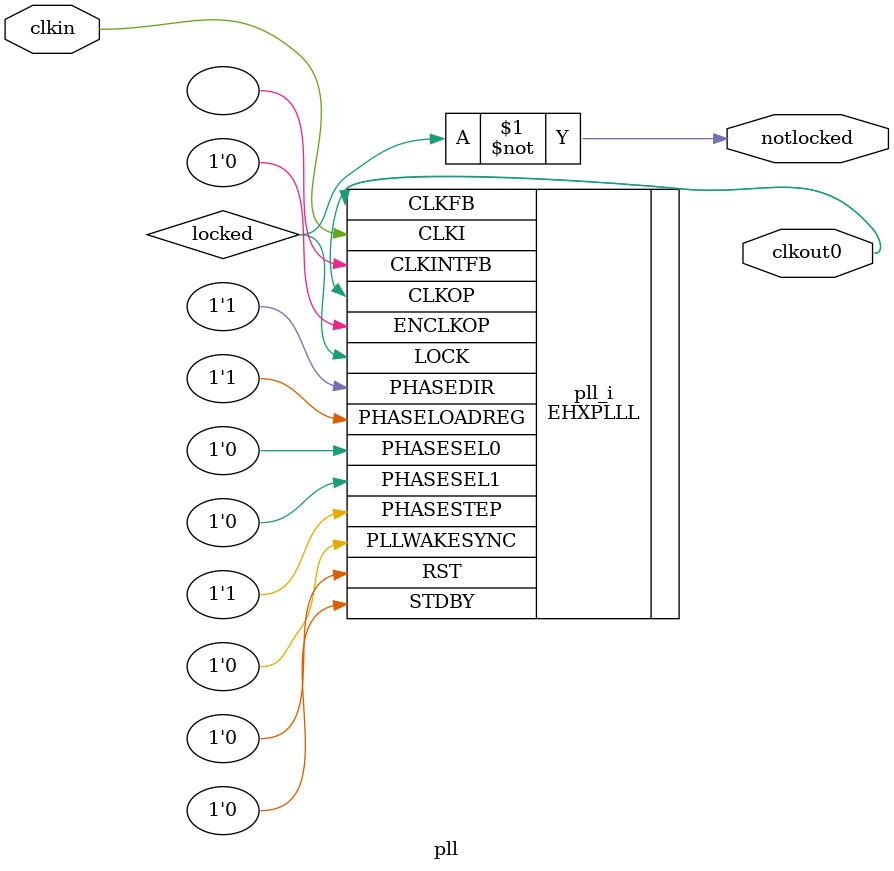
<source format=v>
module pll
(
    input clkin, // 100 MHz, 0 deg
    output clkout0, // 50 MHz, 0 deg
    output notlocked
);
(* FREQUENCY_PIN_CLKI="100" *)
(* FREQUENCY_PIN_CLKOP="50" *)
(* ICP_CURRENT="12" *) (* LPF_RESISTOR="8" *) (* MFG_ENABLE_FILTEROPAMP="1" *) (* MFG_GMCREF_SEL="2" *)
wire locked;
EHXPLLL #(
        .PLLRST_ENA("DISABLED"),
        .INTFB_WAKE("DISABLED"),
        .STDBY_ENABLE("DISABLED"),
        .DPHASE_SOURCE("DISABLED"),
        .OUTDIVIDER_MUXA("DIVA"),
        .OUTDIVIDER_MUXB("DIVB"),
        .OUTDIVIDER_MUXC("DIVC"),
        .OUTDIVIDER_MUXD("DIVD"),
        .CLKI_DIV(2),
        .CLKOP_ENABLE("ENABLED"),
        .CLKOP_DIV(12),
        .CLKOP_CPHASE(5),
        .CLKOP_FPHASE(0),
        .FEEDBK_PATH("CLKOP"),
        .CLKFB_DIV(1)
    ) pll_i (
        .RST(1'b0),
        .STDBY(1'b0),
        .CLKI(clkin),
        .CLKOP(clkout0),
        .CLKFB(clkout0),
        .CLKINTFB(),
        .PHASESEL0(1'b0),
        .PHASESEL1(1'b0),
        .PHASEDIR(1'b1),
        .PHASESTEP(1'b1),
        .PHASELOADREG(1'b1),
        .PLLWAKESYNC(1'b0),
        .ENCLKOP(1'b0),
        .LOCK(locked)
	);
  assign notlocked = ~locked;
endmodule

</source>
